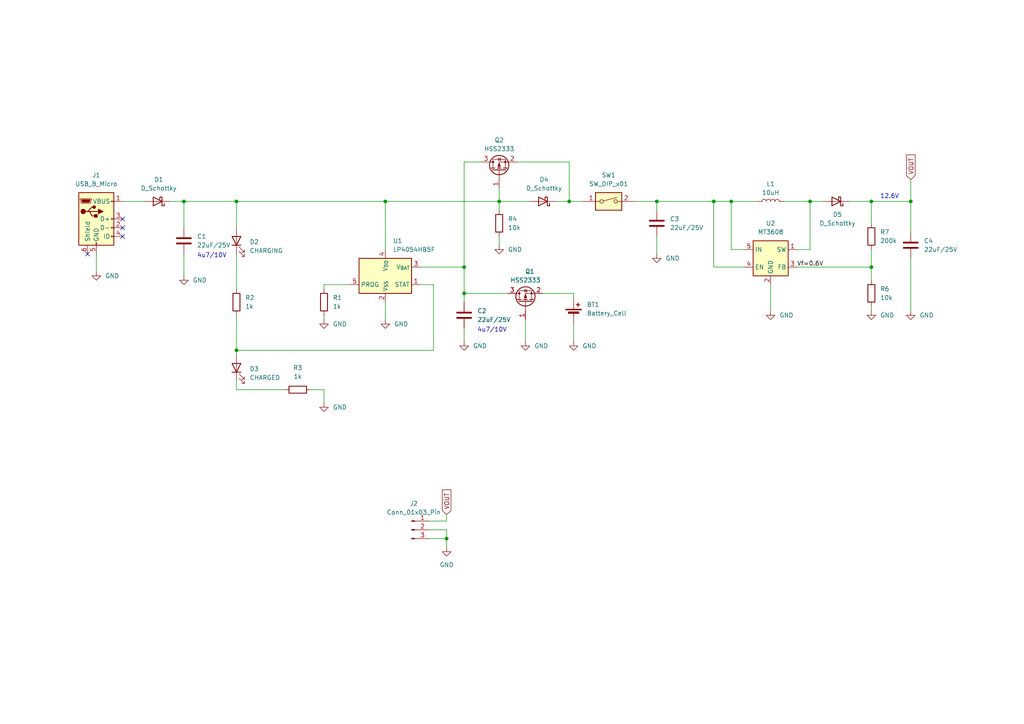
<source format=kicad_sch>
(kicad_sch (version 20230121) (generator eeschema)
  (paper "A4")
  (lib_symbols
    (symbol "Battery_Management:MCP73831-2-OT"
      (property "Reference" "U" (at -7.62 6.35 0))
      (property "Value" "MCP73831-2-OT" (at 1.27 6.35 0))
      (symbol "MCP73831-2-OT_0_1"
        (rectangle (start -7.62 5.08) (end 7.62 -5.08) (stroke (width 0.254)) (fill (type background)))
      )
      (symbol "MCP73831-2-OT_1_1"
        (pin output line (at 10.16 -2.54 180) (length 2.54) (name "STAT") (number "1"))
        (pin power_in line (at 0 -7.62 90) (length 2.54) (name "V_{SS}") (number "2"))
        (pin power_out line (at 10.16 2.54 180) (length 2.54) (name "V_{BAT}") (number "3"))
        (pin power_in line (at 0 7.62 270) (length 2.54) (name "V_{DD}") (number "4"))
        (pin input line (at -10.16 -2.54 0) (length 2.54) (name "PROG") (number "5"))
      )
    )
    (symbol "Connector:Conn_01x03_Pin" (pin_names (offset 1.016) hide)
      (property "Reference" "J" (at 0 5.08 0))
      (property "Value" "Conn_01x03_Pin" (at 0 -5.08 0))
      (symbol "Conn_01x03_Pin_1_1"
        (polyline (pts (xy 1.27 -2.54) (xy 0.8636 -2.54)) (stroke (width 0.1524)))
        (polyline (pts (xy 1.27 0) (xy 0.8636 0)) (stroke (width 0.1524)))
        (polyline (pts (xy 1.27 2.54) (xy 0.8636 2.54)) (stroke (width 0.1524)))
        (rectangle (start 0.8636 -2.413) (end 0 -2.667) (stroke (width 0.1524)) (fill (type outline)))
        (rectangle (start 0.8636 0.127) (end 0 -0.127) (stroke (width 0.1524)) (fill (type outline)))
        (rectangle (start 0.8636 2.667) (end 0 2.413) (stroke (width 0.1524)) (fill (type outline)))
        (pin passive line (at 5.08 2.54 180) (length 3.81) (name "Pin_1") (number "1"))
        (pin passive line (at 5.08 0 180) (length 3.81) (name "Pin_2") (number "2"))
        (pin passive line (at 5.08 -2.54 180) (length 3.81) (name "Pin_3") (number "3"))
      )
    )
    (symbol "Connector:USB_B_Micro" (pin_names (offset 1.016))
      (property "Reference" "J" (at -5.08 11.43 0))
      (property "Value" "USB_B_Micro" (at -5.08 8.89 0))
      (symbol "USB_B_Micro_0_1"
        (rectangle (start -5.08 -7.62) (end 5.08 7.62) (stroke (width 0.254)) (fill (type background)))
        (circle (center -3.81 2.159) (radius 0.635) (stroke (width 0.254)) (fill (type outline)))
        (circle (center -0.635 3.429) (radius 0.381) (stroke (width 0.254)) (fill (type outline)))
        (rectangle (start -0.127 -7.62) (end 0.127 -6.858))
        (polyline (pts (xy -1.905 2.159) (xy 0.635 2.159)) (stroke (width 0.254)))
        (polyline (pts (xy -3.175 2.159) (xy -2.54 2.159) (xy -1.27 3.429) (xy -0.635 3.429)) (stroke (width 0.254)))
        (polyline (pts (xy -2.54 2.159) (xy -1.905 2.159) (xy -1.27 0.889) (xy 0 0.889)) (stroke (width 0.254)))
        (polyline (pts (xy 0.635 2.794) (xy 0.635 1.524) (xy 1.905 2.159) (xy 0.635 2.794)) (stroke (width 0.254)) (fill (type outline)))
        (polyline (pts (xy -4.318 5.588) (xy -1.778 5.588) (xy -2.032 4.826) (xy -4.064 4.826) (xy -4.318 5.588)) (fill (type outline)))
        (polyline (pts (xy -4.699 5.842) (xy -4.699 5.588) (xy -4.445 4.826) (xy -4.445 4.572) (xy -1.651 4.572) (xy -1.651 4.826) (xy -1.397 5.588) (xy -1.397 5.842) (xy -4.699 5.842)))
        (rectangle (start 0.254 1.27) (end -0.508 0.508) (stroke (width 0.254)) (fill (type outline)))
        (rectangle (start 5.08 -5.207) (end 4.318 -4.953))
        (rectangle (start 5.08 -2.667) (end 4.318 -2.413))
        (rectangle (start 5.08 -0.127) (end 4.318 0.127))
        (rectangle (start 5.08 4.953) (end 4.318 5.207))
      )
      (symbol "USB_B_Micro_1_1"
        (pin power_out line (at 7.62 5.08 180) (length 2.54) (name "VBUS") (number "1"))
        (pin bidirectional line (at 7.62 -2.54 180) (length 2.54) (name "D-") (number "2"))
        (pin bidirectional line (at 7.62 0 180) (length 2.54) (name "D+") (number "3"))
        (pin passive line (at 7.62 -5.08 180) (length 2.54) (name "ID") (number "4"))
        (pin power_out line (at 0 -10.16 90) (length 2.54) (name "GND") (number "5"))
        (pin passive line (at -2.54 -10.16 90) (length 2.54) (name "Shield") (number "6"))
      )
    )
    (symbol "Device:Battery_Cell" (pin_numbers hide) (pin_names (offset 0) hide)
      (property "Reference" "BT" (at 2.54 2.54 0))
      (property "Value" "Battery_Cell" (at 2.54 0 0))
      (symbol "Battery_Cell_0_1"
        (rectangle (start -2.286 1.778) (end 2.286 1.524) (fill (type outline)))
        (rectangle (start -1.524 1.016) (end 1.524 0.508) (fill (type outline)))
        (polyline (pts (xy 0 0.762) (xy 0 0)))
        (polyline (pts (xy 0 1.778) (xy 0 2.54)))
        (polyline (pts (xy 0.762 3.048) (xy 1.778 3.048)) (stroke (width 0.254)))
        (polyline (pts (xy 1.27 3.556) (xy 1.27 2.54)) (stroke (width 0.254)))
      )
      (symbol "Battery_Cell_1_1"
        (pin passive line (at 0 5.08 270) (length 2.54) (name "+") (number "1"))
        (pin passive line (at 0 -2.54 90) (length 2.54) (name "-") (number "2"))
      )
    )
    (symbol "Device:C" (pin_numbers hide) (pin_names (offset 0.254))
      (property "Reference" "C" (at 0.635 2.54 0))
      (property "Value" "C" (at 0.635 -2.54 0))
      (symbol "C_0_1"
        (polyline (pts (xy -2.032 -0.762) (xy 2.032 -0.762)) (stroke (width 0.508)))
        (polyline (pts (xy -2.032 0.762) (xy 2.032 0.762)) (stroke (width 0.508)))
      )
      (symbol "C_1_1"
        (pin passive line (at 0 3.81 270) (length 2.794) (name "~") (number "1"))
        (pin passive line (at 0 -3.81 90) (length 2.794) (name "~") (number "2"))
      )
    )
    (symbol "Device:D_Schottky" (pin_numbers hide) (pin_names (offset 1.016) hide)
      (property "Reference" "D" (at 0 2.54 0))
      (property "Value" "D_Schottky" (at 0 -2.54 0))
      (symbol "D_Schottky_0_1"
        (polyline (pts (xy 1.27 0) (xy -1.27 0)))
        (polyline (pts (xy 1.27 1.27) (xy 1.27 -1.27) (xy -1.27 0) (xy 1.27 1.27)) (stroke (width 0.254)))
        (polyline (pts (xy -1.905 0.635) (xy -1.905 1.27) (xy -1.27 1.27) (xy -1.27 -1.27) (xy -0.635 -1.27) (xy -0.635 -0.635)) (stroke (width 0.254)))
      )
      (symbol "D_Schottky_1_1"
        (pin passive line (at -3.81 0 0) (length 2.54) (name "K") (number "1"))
        (pin passive line (at 3.81 0 180) (length 2.54) (name "A") (number "2"))
      )
    )
    (symbol "Device:L" (pin_numbers hide) (pin_names (offset 1.016) hide)
      (property "Reference" "L" (at -1.27 0 90))
      (property "Value" "L" (at 1.905 0 90))
      (symbol "L_0_1"
        (arc (start 0 -2.54) (mid 0.6323 -1.905) (end 0 -1.27))
        (arc (start 0 -1.27) (mid 0.6323 -0.635) (end 0 0))
        (arc (start 0 0) (mid 0.6323 0.635) (end 0 1.27))
        (arc (start 0 1.27) (mid 0.6323 1.905) (end 0 2.54))
      )
      (symbol "L_1_1"
        (pin passive line (at 0 3.81 270) (length 1.27) (name "1") (number "1"))
        (pin passive line (at 0 -3.81 90) (length 1.27) (name "2") (number "2"))
      )
    )
    (symbol "Device:LED" (pin_numbers hide) (pin_names (offset 1.016) hide)
      (property "Reference" "D" (at 0 2.54 0))
      (property "Value" "LED" (at 0 -2.54 0))
      (symbol "LED_0_1"
        (polyline (pts (xy -1.27 -1.27) (xy -1.27 1.27)) (stroke (width 0.254)))
        (polyline (pts (xy -1.27 0) (xy 1.27 0)))
        (polyline (pts (xy 1.27 -1.27) (xy 1.27 1.27) (xy -1.27 0) (xy 1.27 -1.27)) (stroke (width 0.254)))
        (polyline (pts (xy -3.048 -0.762) (xy -4.572 -2.286) (xy -3.81 -2.286) (xy -4.572 -2.286) (xy -4.572 -1.524)))
        (polyline (pts (xy -1.778 -0.762) (xy -3.302 -2.286) (xy -2.54 -2.286) (xy -3.302 -2.286) (xy -3.302 -1.524)))
      )
      (symbol "LED_1_1"
        (pin passive line (at -3.81 0 0) (length 2.54) (name "K") (number "1"))
        (pin passive line (at 3.81 0 180) (length 2.54) (name "A") (number "2"))
      )
    )
    (symbol "Device:R" (pin_numbers hide) (pin_names (offset 0))
      (property "Reference" "R" (at 2.032 0 90))
      (property "Value" "R" (at 0 0 90))
      (symbol "R_0_1"
        (rectangle (start -1.016 -2.54) (end 1.016 2.54) (stroke (width 0.254)))
      )
      (symbol "R_1_1"
        (pin passive line (at 0 3.81 270) (length 1.27) (name "~") (number "1"))
        (pin passive line (at 0 -3.81 90) (length 1.27) (name "~") (number "2"))
      )
    )
    (symbol "Regulator_Switching:MT3608"
      (property "Reference" "U" (at -2.54 8.89 0))
      (property "Value" "MT3608" (at -3.81 6.35 0))
      (symbol "MT3608_0_1"
        (rectangle (start -5.08 5.08) (end 5.08 -5.08) (stroke (width 0.254)) (fill (type background)))
      )
      (symbol "MT3608_1_1"
        (pin passive line (at 7.62 2.54 180) (length 2.54) (name "SW") (number "1"))
        (pin power_in line (at 0 -7.62 90) (length 2.54) (name "GND") (number "2"))
        (pin input line (at 7.62 -2.54 180) (length 2.54) (name "FB") (number "3"))
        (pin input line (at -7.62 -2.54 0) (length 2.54) (name "EN") (number "4"))
        (pin power_in line (at -7.62 2.54 0) (length 2.54) (name "IN") (number "5"))
        (pin no_connect line (at 5.08 0 180) (length 2.54) hide (name "NC") (number "6"))
      )
    )
    (symbol "Switch:SW_DIP_x01" (pin_names (offset 0) hide)
      (property "Reference" "SW" (at 0 3.81 0))
      (property "Value" "SW_DIP_x01" (at 0 -3.81 0))
      (symbol "SW_DIP_x01_0_0"
        (circle (center -2.032 0) (radius 0.508))
        (polyline (pts (xy -1.524 0.127) (xy 2.3622 1.1684)))
        (circle (center 2.032 0) (radius 0.508))
      )
      (symbol "SW_DIP_x01_0_1"
        (rectangle (start -3.81 2.54) (end 3.81 -2.54) (stroke (width 0.254)) (fill (type background)))
      )
      (symbol "SW_DIP_x01_1_1"
        (pin passive line (at -7.62 0 0) (length 5.08) (name "~") (number "1"))
        (pin passive line (at 7.62 0 180) (length 5.08) (name "~") (number "2"))
      )
    )
    (symbol "Transistor_FET:AO3401A" (pin_names hide)
      (property "Reference" "Q" (at 5.08 1.905 0))
      (property "Value" "AO3401A" (at 5.08 0 0))
      (symbol "AO3401A_0_1"
        (polyline (pts (xy 0.254 0) (xy -2.54 0)))
        (polyline (pts (xy 0.254 1.905) (xy 0.254 -1.905)) (stroke (width 0.254)))
        (polyline (pts (xy 0.762 -1.27) (xy 0.762 -2.286)) (stroke (width 0.254)))
        (polyline (pts (xy 0.762 0.508) (xy 0.762 -0.508)) (stroke (width 0.254)))
        (polyline (pts (xy 0.762 2.286) (xy 0.762 1.27)) (stroke (width 0.254)))
        (polyline (pts (xy 2.54 2.54) (xy 2.54 1.778)))
        (polyline (pts (xy 2.54 -2.54) (xy 2.54 0) (xy 0.762 0)))
        (polyline (pts (xy 0.762 1.778) (xy 3.302 1.778) (xy 3.302 -1.778) (xy 0.762 -1.778)))
        (polyline (pts (xy 2.286 0) (xy 1.27 0.381) (xy 1.27 -0.381) (xy 2.286 0)) (fill (type outline)))
        (polyline (pts (xy 2.794 -0.508) (xy 2.921 -0.381) (xy 3.683 -0.381) (xy 3.81 -0.254)))
        (polyline (pts (xy 3.302 -0.381) (xy 2.921 0.254) (xy 3.683 0.254) (xy 3.302 -0.381)))
        (circle (center 1.651 0) (radius 2.794) (stroke (width 0.254)))
        (circle (center 2.54 -1.778) (radius 0.254) (fill (type outline)))
        (circle (center 2.54 1.778) (radius 0.254) (fill (type outline)))
      )
      (symbol "AO3401A_1_1"
        (pin input line (at -5.08 0 0) (length 2.54) (name "G") (number "1"))
        (pin passive line (at 2.54 -5.08 90) (length 2.54) (name "S") (number "2"))
        (pin passive line (at 2.54 5.08 270) (length 2.54) (name "D") (number "3"))
      )
    )
    (symbol "power:GND" (power) (pin_names (offset 0))
      (property "Value" "GND" (at 0 -3.81 0))
      (symbol "GND_0_1"
        (polyline (pts (xy 0 0) (xy 0 -1.27) (xy 1.27 -1.27) (xy 0 -2.54) (xy -1.27 -1.27) (xy 0 -1.27)))
      )
      (symbol "GND_1_1"
        (pin power_in line (at 0 0 270) (length 0) hide (name "GND") (number "1"))
      )
    )
  )
  (junction (at 134.62 85.09))
  (junction (at 190.5 58.42))
  (junction (at 134.62 77.47))
  (junction (at 129.54 156.21))
  (junction (at 53.34 58.42))
  (junction (at 252.73 58.42))
  (junction (at 68.58 101.6))
  (junction (at 68.58 58.42))
  (junction (at 264.16 58.42))
  (junction (at 207.01 58.42))
  (junction (at 165.1 58.42))
  (junction (at 212.09 58.42))
  (junction (at 144.78 58.42))
  (junction (at 111.76 58.42))
  (junction (at 234.95 58.42))
  (junction (at 252.73 77.47))
  (no_connect (at 35.56 66.04))
  (no_connect (at 35.56 63.5))
  (no_connect (at 35.56 68.58))
  (no_connect (at 25.4 73.66))
  (wire (pts (xy 219.71 58.42) (xy 212.09 58.42)))
  (wire (pts (xy 190.5 68.58) (xy 190.5 73.66)))
  (wire (pts (xy 68.58 101.6) (xy 68.58 102.87)))
  (wire (pts (xy 129.54 149.225) (xy 129.54 151.13)))
  (wire (pts (xy 234.95 58.42) (xy 234.95 72.39)))
  (wire (pts (xy 190.5 58.42) (xy 207.01 58.42)))
  (wire (pts (xy 111.76 92.71) (xy 111.76 87.63)))
  (wire (pts (xy 124.46 156.21) (xy 129.54 156.21)))
  (wire (pts (xy 252.73 72.39) (xy 252.73 77.47)))
  (wire (pts (xy 134.62 85.09) (xy 134.62 87.63)))
  (wire (pts (xy 238.76 58.42) (xy 234.95 58.42)))
  (wire (pts (xy 68.58 91.44) (xy 68.58 101.6)))
  (wire (pts (xy 144.78 58.42) (xy 153.67 58.42)))
  (wire (pts (xy 134.62 46.99) (xy 134.62 77.47)))
  (wire (pts (xy 111.76 58.42) (xy 144.78 58.42)))
  (wire (pts (xy 227.33 58.42) (xy 234.95 58.42)))
  (wire (pts (xy 166.37 99.06) (xy 166.37 93.98)))
  (wire (pts (xy 212.09 72.39) (xy 215.9 72.39)))
  (wire (pts (xy 207.01 77.47) (xy 215.9 77.47)))
  (wire (pts (xy 49.53 58.42) (xy 53.34 58.42)))
  (wire (pts (xy 93.98 82.55) (xy 93.98 83.82)))
  (wire (pts (xy 27.94 78.74) (xy 27.94 73.66)))
  (wire (pts (xy 166.37 86.36) (xy 166.37 85.09)))
  (wire (pts (xy 161.29 58.42) (xy 165.1 58.42)))
  (wire (pts (xy 68.58 113.03) (xy 82.55 113.03)))
  (wire (pts (xy 68.58 101.6) (xy 125.73 101.6)))
  (wire (pts (xy 144.78 68.58) (xy 144.78 71.12)))
  (wire (pts (xy 264.16 52.07) (xy 264.16 58.42)))
  (wire (pts (xy 264.16 67.31) (xy 264.16 58.42)))
  (wire (pts (xy 144.78 60.96) (xy 144.78 58.42)))
  (wire (pts (xy 152.4 99.06) (xy 152.4 92.71)))
  (wire (pts (xy 207.01 58.42) (xy 207.01 77.47)))
  (wire (pts (xy 129.54 151.13) (xy 124.46 151.13)))
  (wire (pts (xy 134.62 77.47) (xy 134.62 85.09)))
  (wire (pts (xy 53.34 66.04) (xy 53.34 58.42)))
  (wire (pts (xy 165.1 58.42) (xy 168.91 58.42)))
  (wire (pts (xy 53.34 58.42) (xy 68.58 58.42)))
  (wire (pts (xy 252.73 58.42) (xy 264.16 58.42)))
  (wire (pts (xy 53.34 73.66) (xy 53.34 80.01)))
  (wire (pts (xy 207.01 58.42) (xy 212.09 58.42)))
  (wire (pts (xy 129.54 156.21) (xy 129.54 158.75)))
  (wire (pts (xy 149.86 46.99) (xy 165.1 46.99)))
  (wire (pts (xy 125.73 101.6) (xy 125.73 82.55)))
  (wire (pts (xy 129.54 153.67) (xy 129.54 156.21)))
  (wire (pts (xy 93.98 116.84) (xy 93.98 113.03)))
  (wire (pts (xy 252.73 58.42) (xy 252.73 64.77)))
  (wire (pts (xy 68.58 58.42) (xy 111.76 58.42)))
  (wire (pts (xy 190.5 58.42) (xy 190.5 60.96)))
  (wire (pts (xy 166.37 85.09) (xy 157.48 85.09)))
  (wire (pts (xy 134.62 46.99) (xy 139.7 46.99)))
  (wire (pts (xy 252.73 77.47) (xy 252.73 81.28)))
  (wire (pts (xy 212.09 58.42) (xy 212.09 72.39)))
  (wire (pts (xy 93.98 113.03) (xy 90.17 113.03)))
  (wire (pts (xy 246.38 58.42) (xy 252.73 58.42)))
  (wire (pts (xy 68.58 110.49) (xy 68.58 113.03)))
  (wire (pts (xy 134.62 95.25) (xy 134.62 99.06)))
  (wire (pts (xy 184.15 58.42) (xy 190.5 58.42)))
  (wire (pts (xy 111.76 58.42) (xy 111.76 72.39)))
  (wire (pts (xy 35.56 58.42) (xy 41.91 58.42)))
  (wire (pts (xy 68.58 58.42) (xy 68.58 66.04)))
  (wire (pts (xy 165.1 46.99) (xy 165.1 58.42)))
  (wire (pts (xy 234.95 72.39) (xy 231.14 72.39)))
  (wire (pts (xy 101.6 82.55) (xy 93.98 82.55)))
  (wire (pts (xy 231.14 77.47) (xy 252.73 77.47)))
  (wire (pts (xy 124.46 153.67) (xy 129.54 153.67)))
  (wire (pts (xy 125.73 82.55) (xy 121.92 82.55)))
  (wire (pts (xy 264.16 90.17) (xy 264.16 74.93)))
  (wire (pts (xy 144.78 54.61) (xy 144.78 58.42)))
  (wire (pts (xy 121.92 77.47) (xy 134.62 77.47)))
  (wire (pts (xy 134.62 85.09) (xy 147.32 85.09)))
  (wire (pts (xy 252.73 90.17) (xy 252.73 88.9)))
  (wire (pts (xy 68.58 73.66) (xy 68.58 83.82)))
  (wire (pts (xy 93.98 91.44) (xy 93.98 92.71)))
  (wire (pts (xy 223.52 90.17) (xy 223.52 82.55)))
  (text "12.6V" (at 255.27 57.785 0) (effects (font (size 1.27 1.27)) (justify left bottom)))
  (text "4u7/10V" (at 57.15 74.93 0) (effects (font (size 1.27 1.27)) (justify left bottom)))
  (text "4u7/10V" (at 138.43 96.52 0) (effects (font (size 1.27 1.27)) (justify left bottom)))
  (label "Vf=0.6V" (at 231.14 77.47 0))
  (global_label "VOUT" (shape input) (at 129.54 149.225 90) (property "Intersheetrefs" "${INTERSHEET_REFS}" (effects hide)))
  (global_label "VOUT" (shape input) (at 264.16 52.07 90) (property "Intersheetrefs" "${INTERSHEET_REFS}" (effects hide)))
  (symbol (lib_id "Switch:SW_DIP_x01") (at 176.53 58.42 0) (unit 1) (in_bom no)
    (property "Reference" "SW1" (at 176.53 50.8 0))
    (property "Value" "SW_DIP_x01" (at 176.53 53.34 0))
    (property "Footprint" "FlashlightLib:KCD11-2P" (effects hide))
  )
  (symbol (lib_id "power:GND") (at 166.37 99.06 0) (unit 1)
    (property "Reference" "#PWR09" (effects hide))
    (property "Value" "GND" (at 168.91 100.33 0) (effects (justify left)))
  )
  (symbol (lib_id "Connector:Conn_01x03_Pin") (at 119.38 153.67 0) (unit 1) (in_bom no)
    (property "Reference" "J2" (at 120.015 146.05 0))
    (property "Value" "Conn_01x03_Pin" (at 120.015 148.59 0))
    (property "Footprint" "FlashlightLib:LED_Strip" (effects hide))
  )
  (symbol (lib_id "Device:Battery_Cell") (at 166.37 91.44 0) (unit 1) (in_bom no)
    (property "Reference" "BT1" (at 170.18 88.3285 0) (effects (justify left)))
    (property "Value" "Battery_Cell" (at 170.18 90.8685 0) (effects (justify left)))
    (property "Footprint" "FlashlightLib:BH-18650" (effects hide))
    (property "LCSC" "C2988620" (effects hide))
  )
  (symbol (lib_id "power:GND") (at 152.4 99.06 0) (unit 1)
    (property "Reference" "#PWR08" (effects hide))
    (property "Value" "GND" (at 154.94 100.33 0) (effects (justify left)))
  )
  (symbol (lib_id "Device:C") (at 134.62 91.44 0) (unit 1)
    (property "Reference" "C2" (at 138.43 90.17 0) (effects (justify left)))
    (property "Value" "22uF/25V" (at 138.43 92.71 0) (effects (justify left)))
    (property "Footprint" "Capacitor_SMD:C_0805_2012Metric" (effects hide))
    (property "LCSC" "C45783" (effects hide))
  )
  (symbol (lib_id "power:GND") (at 93.98 116.84 0) (unit 1)
    (property "Reference" "#PWR05" (effects hide))
    (property "Value" "GND" (at 96.52 118.11 0) (effects (justify left)))
  )
  (symbol (lib_id "Device:LED") (at 68.58 69.85 90) (unit 1)
    (property "Reference" "D2" (at 72.39 70.1675 90) (effects (justify right)))
    (property "Value" "CHARGING" (at 72.39 72.7075 90) (effects (justify right)))
    (property "Footprint" "LED_SMD:LED_0603_1608Metric" (effects hide))
    (property "LCSC" "C2286" (effects hide))
    (property "Color" "Red" (effects hide))
  )
  (symbol (lib_id "power:GND") (at 53.34 80.01 0) (unit 1)
    (property "Reference" "#PWR06" (effects hide))
    (property "Value" "GND" (at 55.88 81.28 0) (effects (justify left)))
  )
  (symbol (lib_id "Device:R") (at 86.36 113.03 90) (unit 1)
    (property "Reference" "R3" (at 86.36 106.68 90))
    (property "Value" "1k" (at 86.36 109.22 90))
    (property "Footprint" "Resistor_SMD:R_0805_2012Metric" (effects hide))
    (property "LCSC" "C17513" (effects hide))
  )
  (symbol (lib_id "power:GND") (at 223.52 90.17 0) (unit 1)
    (property "Reference" "#PWR012" (effects hide))
    (property "Value" "GND" (at 226.06 91.44 0) (effects (justify left)))
  )
  (symbol (lib_id "Device:R") (at 68.58 87.63 0) (unit 1)
    (property "Reference" "R2" (at 71.12 86.36 0) (effects (justify left)))
    (property "Value" "1k" (at 71.12 88.9 0) (effects (justify left)))
    (property "Footprint" "Resistor_SMD:R_0805_2012Metric" (effects hide))
    (property "LCSC" "C17513" (effects hide))
  )
  (symbol (lib_id "power:GND") (at 252.73 90.17 0) (unit 1)
    (property "Reference" "#PWR013" (effects hide))
    (property "Value" "GND" (at 255.27 91.44 0) (effects (justify left)))
  )
  (symbol (lib_id "Battery_Management:MCP73831-2-OT") (at 111.76 80.01 0) (unit 1)
    (property "Reference" "U1" (at 113.9541 69.85 0) (effects (justify left)))
    (property "Value" "LP4054HB5F" (at 113.9541 72.39 0) (effects (justify left)))
    (property "Footprint" "Package_TO_SOT_SMD:SOT-23-5" (effects hide))
    (property "LCSC" "C517187" (effects hide))
  )
  (symbol (lib_id "Device:L") (at 223.52 58.42 90) (unit 1) (in_bom no)
    (property "Reference" "L1" (at 223.52 53.34 90))
    (property "Value" "10uH" (at 223.52 55.88 90))
    (property "Footprint" "FlashlightLib:L_5.0x5.0" (effects hide))
    (property "LCSC" "C2849501" (effects hide))
  )
  (symbol (lib_id "Device:D_Schottky") (at 242.57 58.42 180) (unit 1)
    (property "Reference" "D5" (at 242.8875 62.23 0))
    (property "Value" "D_Schottky" (at 242.8875 64.77 0))
    (property "Footprint" "Diode_SMD:D_SMB" (effects hide))
    (property "LCSC" "C5338051" (effects hide))
  )
  (symbol (lib_id "Device:R") (at 144.78 64.77 0) (unit 1)
    (property "Reference" "R4" (at 147.32 63.5 0) (effects (justify left)))
    (property "Value" "10k" (at 147.32 66.04 0) (effects (justify left)))
    (property "Footprint" "Resistor_SMD:R_0603_1608Metric" (effects hide))
    (property "LCSC" "C25804" (effects hide))
  )
  (symbol (lib_id "Device:R") (at 252.73 68.58 180) (unit 1)
    (property "Reference" "R7" (at 255.27 67.31 0) (effects (justify right)))
    (property "Value" "200k" (at 255.27 69.85 0) (effects (justify right)))
    (property "Footprint" "Resistor_SMD:R_0603_1608Metric" (effects hide))
    (property "LCSC" "C25811" (effects hide))
  )
  (symbol (lib_id "power:GND") (at 129.54 158.75 0) (unit 1)
    (property "Reference" "#PWR019" (effects hide))
    (property "Value" "GND" (at 129.54 163.83 0))
  )
  (symbol (lib_id "Device:D_Schottky") (at 45.72 58.42 180) (unit 1)
    (property "Reference" "D1" (at 46.0375 52.07 0))
    (property "Value" "D_Schottky" (at 46.0375 54.61 0))
    (property "Footprint" "Diode_SMD:D_SMB" (effects hide))
    (property "LCSC" "C22452" (effects hide))
  )
  (symbol (lib_id "power:GND") (at 264.16 90.17 0) (unit 1)
    (property "Reference" "#PWR014" (effects hide))
    (property "Value" "GND" (at 266.7 91.44 0) (effects (justify left)))
  )
  (symbol (lib_id "power:GND") (at 111.76 92.71 0) (unit 1)
    (property "Reference" "#PWR04" (effects hide))
    (property "Value" "GND" (at 114.3 93.98 0) (effects (justify left)))
  )
  (symbol (lib_id "Device:LED") (at 68.58 106.68 90) (unit 1)
    (property "Reference" "D3" (at 72.39 106.9975 90) (effects (justify right)))
    (property "Value" "CHARGED" (at 72.39 109.5375 90) (effects (justify right)))
    (property "Footprint" "LED_SMD:LED_0805_2012Metric" (effects hide))
    (property "LCSC" "C2297" (effects hide))
    (property "Color" "Green" (effects hide))
  )
  (symbol (lib_id "power:GND") (at 190.5 73.66 0) (unit 1)
    (property "Reference" "#PWR011" (effects hide))
    (property "Value" "GND" (at 193.04 74.93 0) (effects (justify left)))
  )
  (symbol (lib_id "Connector:USB_B_Micro") (at 27.94 63.5 0) (unit 1)
    (property "Reference" "J1" (at 27.94 50.8 0))
    (property "Value" "USB_B_Micro" (at 27.94 53.34 0))
    (property "Footprint" "FlashlightLib:USB-1101IPX6-02" (effects hide))
    (property "LCSC" "C2858269" (effects hide))
  )
  (symbol (lib_id "power:GND") (at 134.62 99.06 0) (unit 1)
    (property "Reference" "#PWR07" (effects hide))
    (property "Value" "GND" (at 137.16 100.33 0) (effects (justify left)))
  )
  (symbol (lib_id "Device:D_Schottky") (at 157.48 58.42 180) (unit 1)
    (property "Reference" "D4" (at 157.7975 52.07 0))
    (property "Value" "D_Schottky" (at 157.7975 54.61 0))
    (property "Footprint" "Diode_SMD:D_SMB" (effects hide))
    (property "LCSC" "C22452" (effects hide))
  )
  (symbol (lib_id "Regulator_Switching:MT3608") (at 223.52 74.93 0) (unit 1)
    (property "Reference" "U2" (at 223.52 64.77 0))
    (property "Value" "MT3608" (at 223.52 67.31 0))
    (property "Footprint" "SparkFun-Semiconductor-Standard:SOT23-6-Tight" (effects hide))
    (property "Datasheet" "https://www.olimex.com/Products/Breadboarding/BB-PWR-3608/resources/MT3608.pdf" (effects hide))
    (property "LCSC" "C84817" (effects hide))
  )
  (symbol (lib_id "Transistor_FET:AO3401A") (at 144.78 49.53 90) (unit 1)
    (property "Reference" "Q2" (at 144.78 40.64 90))
    (property "Value" "HSS2333" (at 144.78 43.18 90))
    (property "Footprint" "Package_TO_SOT_SMD:SOT-23" (effects hide))
    (property "Datasheet" "http://www.aosmd.com/pdfs/datasheet/AO3401A.pdf" (effects hide))
    (property "LCSC" "C15127" (effects hide))
  )
  (symbol (lib_id "power:GND") (at 144.78 71.12 0) (unit 1)
    (property "Reference" "#PWR010" (effects hide))
    (property "Value" "GND" (at 147.32 72.39 0) (effects (justify left)))
  )
  (symbol (lib_id "Device:R") (at 252.73 85.09 180) (unit 1)
    (property "Reference" "R6" (at 255.27 83.82 0) (effects (justify right)))
    (property "Value" "10k" (at 255.27 86.36 0) (effects (justify right)))
    (property "Footprint" "Resistor_SMD:R_0603_1608Metric" (effects hide))
    (property "LCSC" "C25804" (effects hide))
  )
  (symbol (lib_id "Device:R") (at 93.98 87.63 0) (unit 1)
    (property "Reference" "R1" (at 96.52 86.36 0) (effects (justify left)))
    (property "Value" "1k" (at 96.52 88.9 0) (effects (justify left)))
    (property "Footprint" "Resistor_SMD:R_0805_2012Metric" (effects hide))
    (property "LCSC" "C17513" (effects hide))
  )
  (symbol (lib_id "power:GND") (at 27.94 78.74 0) (unit 1)
    (property "Reference" "#PWR01" (effects hide))
    (property "Value" "GND" (at 30.48 80.01 0) (effects (justify left)))
  )
  (symbol (lib_id "Device:C") (at 264.16 71.12 0) (unit 1)
    (property "Reference" "C4" (at 267.97 69.85 0) (effects (justify left)))
    (property "Value" "22uF/25V" (at 267.97 72.39 0) (effects (justify left)))
    (property "Footprint" "Capacitor_SMD:C_0805_2012Metric" (effects hide))
    (property "LCSC" "C45783" (effects hide))
  )
  (symbol (lib_id "Transistor_FET:AO3401A") (at 152.4 87.63 90) (unit 1)
    (property "Reference" "Q1" (at 153.67 78.74 90))
    (property "Value" "HSS2333" (at 152.4 81.28 90))
    (property "Footprint" "Package_TO_SOT_SMD:SOT-23" (effects hide))
    (property "Datasheet" "http://www.aosmd.com/pdfs/datasheet/AO3401A.pdf" (effects hide))
    (property "LCSC" "C15127" (effects hide))
  )
  (symbol (lib_id "Device:C") (at 53.34 69.85 0) (unit 1)
    (property "Reference" "C1" (at 57.15 68.58 0) (effects (justify left)))
    (property "Value" "22uF/25V" (at 57.15 71.12 0) (effects (justify left)))
    (property "Footprint" "Capacitor_SMD:C_0805_2012Metric" (effects hide))
    (property "LCSC" "C45783" (effects hide))
  )
  (symbol (lib_id "power:GND") (at 93.98 92.71 0) (unit 1)
    (property "Reference" "#PWR03" (effects hide))
    (property "Value" "GND" (at 96.52 93.98 0) (effects (justify left)))
  )
  (symbol (lib_id "Device:C") (at 190.5 64.77 0) (unit 1)
    (property "Reference" "C3" (at 194.31 63.5 0) (effects (justify left)))
    (property "Value" "22uF/25V" (at 194.31 66.04 0) (effects (justify left)))
    (property "Footprint" "Capacitor_SMD:C_0805_2012Metric" (effects hide))
    (property "LCSC" "C513764" (effects hide))
  )
)
</source>
